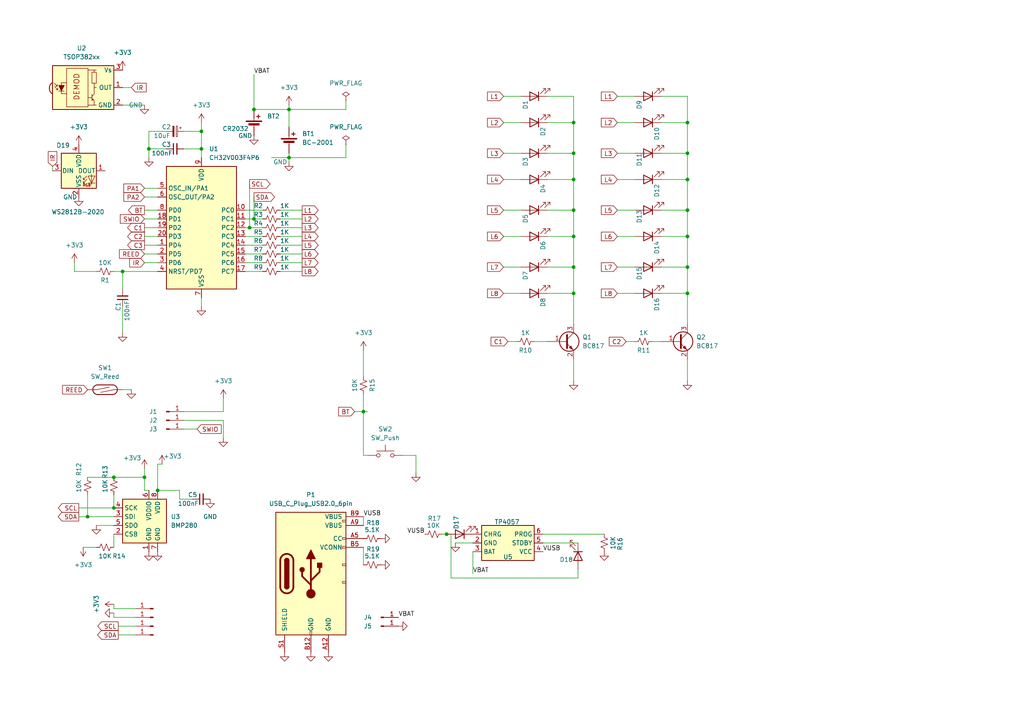
<source format=kicad_sch>
(kicad_sch (version 20231120) (generator "eeschema") (generator_version "8.0")
  (paper "A4")
  (title_block (title "mycard") (date "2023-11-22") (rev "1.1") (company "cspark") (comment 1 "jithin") (comment 2 "inspired yby https://github.com/FBSeletronica/Projeto-Natal-2023-Fabio"))
  (lib_symbols
    (symbol "Connector:Conn_01x01_Pin" (pin_names (offset 1.016) hide)
      (property "Reference" "J" (at 0 2.54 0))
      (property "Value" "Conn_01x01_Pin" (at 0 -2.54 0))
      (symbol "Conn_01x01_Pin_1_1"
        (pin passive line (at 5.08 0 180) (length 3.81) (name "Pin_1") (number "1"))
      )
    )
    (symbol "Device:Battery_Cell" (pin_numbers hide) (pin_names (offset 0) hide)
      (property "Reference" "BT" (at 2.54 2.54 0))
      (property "Value" "Battery_Cell" (at 2.54 0 0))
      (symbol "Battery_Cell_1_1"
        (pin passive line (at 0 5.08 270) (length 2.54) (name "+") (number "1"))
        (pin passive line (at 0 -2.54 90) (length 2.54) (name "-") (number "2"))
      )
    )
    (symbol "Device:C_Polarized_Small" (pin_numbers hide) (pin_names (offset 0.254) hide)
      (property "Reference" "C" (at 0.254 1.778 0))
      (property "Value" "C_Polarized_Small" (at 0.254 -2.032 0))
      (symbol "C_Polarized_Small_1_1"
        (pin passive line (at 0 2.54 270) (length 1.8542) (name "~") (number "1"))
        (pin passive line (at 0 -2.54 90) (length 1.8542) (name "~") (number "2"))
      )
    )
    (symbol "Device:C_Small" (pin_numbers hide) (pin_names (offset 0.254) hide)
      (property "Reference" "C" (at 0.254 1.778 0))
      (property "Value" "C_Small" (at 0.254 -2.032 0))
      (symbol "C_Small_1_1"
        (pin passive line (at 0 2.54 270) (length 2.032) (name "~") (number "1"))
        (pin passive line (at 0 -2.54 90) (length 2.032) (name "~") (number "2"))
      )
    )
    (symbol "Device:LED" (pin_numbers hide) (pin_names (offset 1.016) hide)
      (property "Reference" "D" (at 0 2.54 0))
      (property "Value" "LED" (at 0 -2.54 0))
      (symbol "LED_1_1"
        (pin passive line (at -3.81 0 0) (length 2.54) (name "K") (number "1"))
        (pin passive line (at 3.81 0 180) (length 2.54) (name "A") (number "2"))
      )
    )
    (symbol "Device:R_Small_US" (pin_numbers hide) (pin_names (offset 0.254) hide)
      (property "Reference" "R" (at 0.762 0.508 0))
      (property "Value" "R_Small_US" (at 0.762 -1.016 0))
      (symbol "R_Small_US_1_1"
        (pin passive line (at 0 2.54 270) (length 1.016) (name "~") (number "1"))
        (pin passive line (at 0 -2.54 90) (length 1.016) (name "~") (number "2"))
      )
    )
    (symbol "GND_1" (power) (pin_numbers hide) (pin_names (offset 0) hide)
      (property "Value" "GND" (at 0 -3.81 0))
      (symbol "GND_1_1_1"
        (pin power_in line (at 0 0 270) (length 0) (name "~") (number "1"))
      )
    )
    (symbol "Interface_Optical:TSOP382xx"
      (property "Reference" "U" (at -10.16 7.62 0))
      (property "Value" "TSOP382xx" (at -10.16 -7.62 0))
      (symbol "TSOP382xx_0_0"
        (text "DEMOD" (at -3.175 0.254 900) (effects (font (size 1.524 1.524))))
      )
      (symbol "TSOP382xx_1_1"
        (pin output line (at 10.16 0 180) (length 2.54) (name "OUT") (number "1"))
        (pin power_in line (at 10.16 -5.08 180) (length 2.54) (name "GND") (number "2"))
        (pin power_in line (at 10.16 5.08 180) (length 2.54) (name "Vs") (number "3"))
      )
    )
    (symbol "LED:WS2812B-2020" (pin_names (offset 0.254))
      (property "Reference" "D" (at 5.08 5.715 0))
      (property "Value" "WS2812B-2020" (at 1.27 -5.715 0))
      (symbol "WS2812B-2020_0_0"
        (text "RGB" (at 2.286 -4.191 0) (effects (font (size 0.762 0.762))))
      )
      (symbol "WS2812B-2020_1_1"
        (pin output line (at 7.62 0 180) (length 2.54) (name "DOUT") (number "1"))
        (pin power_in line (at 0 -7.62 90) (length 2.54) (name "VSS") (number "2"))
        (pin input line (at -7.62 0 0) (length 2.54) (name "DIN") (number "3"))
        (pin power_in line (at 0 7.62 270) (length 2.54) (name "VDD") (number "4"))
      )
    )
    (symbol "Sensor_Pressure:BMP280"
      (property "Reference" "U" (at -7.62 10.16 0))
      (property "Value" "BMP280" (at 5.08 10.16 0))
      (symbol "BMP280_1_1"
        (pin power_in line (at 0 -7.62 90) (length 2.54) (name "GND") (number "1"))
        (pin input line (at -10.16 -2.54 0) (length 2.54) (name "CSB") (number "2"))
        (pin bidirectional line (at -10.16 2.54 0) (length 2.54) (name "SDI") (number "3"))
        (pin input line (at -10.16 5.08 0) (length 2.54) (name "SCK") (number "4"))
        (pin bidirectional line (at -10.16 0 0) (length 2.54) (name "SDO") (number "5"))
        (pin power_in line (at 0 10.16 270) (length 2.54) (name "VDDIO") (number "6"))
        (pin power_in line (at 2.54 -7.62 90) (length 2.54) (name "GND") (number "7"))
        (pin power_in line (at 2.54 10.16 270) (length 2.54) (name "VDD") (number "8"))
      )
    )
    (symbol "Switch:SW_Push" (pin_numbers hide) (pin_names (offset 1.016) hide)
      (property "Reference" "SW" (at 1.27 2.54 0))
      (property "Value" "SW_Push" (at 0 -1.524 0))
      (symbol "SW_Push_0_1"
        (pin passive line (at -5.08 0 0) (length 2.54) (name "1") (number "1"))
        (pin passive line (at 5.08 0 180) (length 2.54) (name "2") (number "2"))
      )
    )
    (symbol "Switch:SW_Reed" (pin_numbers hide) (pin_names (offset 0) hide)
      (property "Reference" "SW" (at 0 2.54 0))
      (property "Value" "SW_Reed" (at 0 -2.54 0))
      (symbol "SW_Reed_1_1"
        (pin passive line (at -5.08 0 0) (length 2.54) (name "1") (number "1"))
        (pin passive line (at 5.08 0 180) (length 2.54) (name "2") (number "2"))
      )
    )
    (symbol "TP4057_1"
      (property "Reference" "U4" (at 0 10.16 0))
      (property "Value" "TP4057" (at 0 7.62 0))
      (symbol "TP4057_1_1_1"
        (pin open_collector line (at -10.16 2.54 0) (length 2.54) (name "CHRG") (number "1"))
        (pin power_in line (at -10.16 0 0) (length 2.54) (name "GND") (number "2"))
        (pin input line (at -10.16 -2.54 0) (length 2.54) (name "BAT") (number "3"))
        (pin power_in line (at 10.16 -2.54 180) (length 2.54) (name "VCC") (number "4"))
        (pin open_collector line (at 10.16 0 180) (length 2.54) (name "STDBY") (number "5"))
        (pin input line (at 10.16 2.54 180) (length 2.54) (name "PROG") (number "6"))
      )
    )
    (symbol "TP_Series_Jithin:USB_C_Plug_USB2.0_6pin" (pin_names (offset 1.016))
      (property "Reference" "P1" (at 0 22.86 0))
      (property "Value" "USB_C_Plug_USB2.0_6pin" (at 0 20.32 0))
      (symbol "USB_C_Plug_USB2.0_6pin_1_1"
        (pin passive line (at 5.08 -22.86 90) (length 5.08) (name "GND") (number "A12"))
        (pin bidirectional line (at 15.24 10.16 180) (length 5.08) (name "CC") (number "A5"))
        (pin passive line (at 15.24 13.97 180) (length 5.08) (name "VBUS") (number "A9"))
        (pin passive line (at 0 -22.86 90) (length 5.08) (name "GND") (number "B12"))
        (pin bidirectional line (at 15.24 7.62 180) (length 5.08) (name "VCONN") (number "B5"))
        (pin passive line (at 15.24 16.51 180) (length 5.08) (name "VBUS") (number "B9"))
        (pin passive line (at -7.62 -22.86 90) (length 5.08) (name "SHIELD") (number "S1"))
      )
    )
    (symbol "Transistor_BJT:BC817" (pin_names (offset 0) hide)
      (property "Reference" "Q" (at 5.08 1.905 0))
      (property "Value" "BC817" (at 5.08 0 0))
      (symbol "BC817_1_1"
        (pin input line (at -5.08 0 0) (length 5.715) (name "B") (number "1"))
        (pin passive line (at 2.54 -5.08 90) (length 2.54) (name "E") (number "2"))
        (pin passive line (at 2.54 5.08 270) (length 2.54) (name "C") (number "3"))
      )
    )
    (symbol "power:+3V3" (power) (pin_names (offset 0))
      (property "Value" "+3V3" (at 0 3.556 0))
      (symbol "+3V3_1_1"
        (pin power_in line (at 0 0 90) (length 0) hide (name "+3V3") (number "1"))
      )
    )
    (symbol "power:GND" (power) (pin_names (offset 0))
      (property "Value" "GND" (at 0 -3.81 0))
      (symbol "GND_1_1"
        (pin power_in line (at 0 0 270) (length 0) hide (name "GND") (number "1"))
      )
    )
    (symbol "power:PWR_FLAG" (power) (pin_numbers hide) (pin_names (offset 0) hide)
      (property "Value" "PWR_FLAG" (at 0 3.81 0))
      (symbol "PWR_FLAG_0_0"
        (pin power_out line (at 0 0 90) (length 0) (name "pwr") (number "1"))
      )
    )
    (symbol "wch_mcu:CH32V003F4P6"
      (property "Reference" "U" (at 15.24 -24.13 0))
      (property "Value" "CH32V003F4P6" (at 16.51 -21.59 0))
      (symbol "CH32V003F4P6_1_1"
        (pin bidirectional line (at -12.7 -5.08 0) (length 2.54) (name "PD4") (number "1"))
        (pin bidirectional line (at 12.7 5.08 180) (length 2.54) (name "PC0") (number "10"))
        (pin bidirectional line (at 12.7 2.54 180) (length 2.54) (name "PC1") (number "11"))
        (pin bidirectional line (at 12.7 0 180) (length 2.54) (name "PC2") (number "12"))
        (pin bidirectional line (at 12.7 -2.54 180) (length 2.54) (name "PC3") (number "13"))
        (pin bidirectional line (at 12.7 -5.08 180) (length 2.54) (name "PC4") (number "14"))
        (pin bidirectional line (at 12.7 -7.62 180) (length 2.54) (name "PC5") (number "15"))
        (pin bidirectional line (at 12.7 -10.16 180) (length 2.54) (name "PC6") (number "16"))
        (pin bidirectional line (at 12.7 -12.7 180) (length 2.54) (name "PC7") (number "17"))
        (pin bidirectional line (at -12.7 2.54 0) (length 2.54) (name "PD1") (number "18"))
        (pin bidirectional line (at -12.7 0 0) (length 2.54) (name "PD2") (number "19"))
        (pin bidirectional line (at -12.7 -7.62 0) (length 2.54) (name "PD5") (number "2"))
        (pin bidirectional line (at -12.7 -2.54 0) (length 2.54) (name "PD3") (number "20"))
        (pin bidirectional line (at -12.7 -10.16 0) (length 2.54) (name "PD6") (number "3"))
        (pin input line (at -12.7 -12.7 0) (length 2.54) (name "NRST/PD7") (number "4"))
        (pin input line (at -12.7 11.43 0) (length 2.54) (name "OSC_IN/PA1") (number "5"))
        (pin input line (at -12.7 8.89 0) (length 2.54) (name "OSC_OUT/PA2") (number "6"))
        (pin power_in line (at 0 -20.32 90) (length 2.54) (name "VSS") (number "7"))
        (pin bidirectional line (at -12.7 5.08 0) (length 2.54) (name "PD0") (number "8"))
        (pin power_in line (at 0 20.32 270) (length 2.54) (name "VDD") (number "9"))
      )
    )
  )
  (junction (at 45.72 142.24))
  (junction (at 58.42 38.1))
  (junction (at 166.37 85.09))
  (junction (at 199.39 60.96))
  (junction (at 73.66 63.5))
  (junction (at 33.02 147.32))
  (junction (at 83.82 31.75))
  (junction (at 73.66 31.75))
  (junction (at 43.18 43.18))
  (junction (at 35.56 78.74))
  (junction (at 33.02 138.43))
  (junction (at 129.54 154.94))
  (junction (at 72.39 66.04))
  (junction (at 199.39 52.07))
  (junction (at 166.37 68.58))
  (junction (at 166.37 60.96))
  (junction (at 25.4 149.86))
  (junction (at 199.39 77.47))
  (junction (at 83.82 45.72))
  (junction (at 166.37 77.47))
  (junction (at 166.37 35.56))
  (junction (at 199.39 35.56))
  (junction (at 199.39 85.09))
  (junction (at 105.41 119.38))
  (junction (at 199.39 44.45))
  (junction (at 58.42 43.18))
  (junction (at 166.37 44.45))
  (junction (at 41.91 138.43))
  (junction (at 166.37 52.07))
  (junction (at 199.39 68.58))
  (wire (pts (xy 33.02 176.53) (xy 33.02 175.26)))
  (wire (pts (xy 179.07 35.56) (xy 184.15 35.56)))
  (wire (pts (xy 64.77 121.92) (xy 64.77 127)))
  (wire (pts (xy 52.07 144.78) (xy 52.07 142.24)))
  (wire (pts (xy 191.77 44.45) (xy 199.39 44.45)))
  (wire (pts (xy 130.81 154.94) (xy 130.81 167.64)))
  (wire (pts (xy 72.39 53.34) (xy 72.39 66.04)))
  (wire (pts (xy 41.91 57.15) (xy 45.72 57.15)))
  (wire (pts (xy 41.91 54.61) (xy 45.72 54.61)))
  (wire (pts (xy 191.77 35.56) (xy 199.39 35.56)))
  (wire (pts (xy 71.12 66.04) (xy 72.39 66.04)))
  (wire (pts (xy 71.12 60.96) (xy 76.2 60.96)))
  (wire (pts (xy 191.77 77.47) (xy 199.39 77.47)))
  (wire (pts (xy 39.37 176.53) (xy 33.02 176.53)))
  (wire (pts (xy 83.82 44.45) (xy 83.82 45.72)))
  (wire (pts (xy 27.94 152.4) (xy 33.02 152.4)))
  (wire (pts (xy 83.82 45.72) (xy 83.82 46.99)))
  (wire (pts (xy 58.42 88.9) (xy 58.42 86.36)))
  (wire (pts (xy 102.87 119.38) (xy 105.41 119.38)))
  (wire (pts (xy 157.48 154.94) (xy 175.26 154.94)))
  (wire (pts (xy 25.4 138.43) (xy 33.02 138.43)))
  (wire (pts (xy 41.91 73.66) (xy 45.72 73.66)))
  (wire (pts (xy 166.37 85.09) (xy 166.37 93.98)))
  (wire (pts (xy 179.07 44.45) (xy 184.15 44.45)))
  (wire (pts (xy 22.86 149.86) (xy 25.4 149.86)))
  (wire (pts (xy 81.28 73.66) (xy 87.63 73.66)))
  (wire (pts (xy 83.82 45.72) (xy 78.74 45.72)))
  (wire (pts (xy 179.07 85.09) (xy 184.15 85.09)))
  (wire (pts (xy 41.91 142.24) (xy 41.91 138.43)))
  (wire (pts (xy 64.77 115.57) (xy 64.77 119.38)))
  (wire (pts (xy 147.32 99.06) (xy 149.86 99.06)))
  (wire (pts (xy 15.24 48.26) (xy 15.24 49.53)))
  (wire (pts (xy 73.66 57.15) (xy 73.66 63.5)))
  (wire (pts (xy 81.28 76.2) (xy 87.63 76.2)))
  (wire (pts (xy 179.07 68.58) (xy 184.15 68.58)))
  (wire (pts (xy 71.12 71.12) (xy 76.2 71.12)))
  (wire (pts (xy 53.34 38.1) (xy 58.42 38.1)))
  (wire (pts (xy 33.02 143.51) (xy 33.02 147.32)))
  (wire (pts (xy 33.02 78.74) (xy 35.56 78.74)))
  (wire (pts (xy 58.42 38.1) (xy 58.42 43.18)))
  (wire (pts (xy 43.18 38.1) (xy 43.18 43.18)))
  (wire (pts (xy 34.29 184.15) (xy 39.37 184.15)))
  (wire (pts (xy 58.42 43.18) (xy 58.42 45.72)))
  (wire (pts (xy 146.05 52.07) (xy 151.13 52.07)))
  (wire (pts (xy 25.4 149.86) (xy 33.02 149.86)))
  (wire (pts (xy 53.34 121.92) (xy 64.77 121.92)))
  (wire (pts (xy 41.91 60.96) (xy 45.72 60.96)))
  (wire (pts (xy 45.72 78.74) (xy 35.56 78.74)))
  (wire (pts (xy 81.28 66.04) (xy 87.63 66.04)))
  (wire (pts (xy 158.75 77.47) (xy 166.37 77.47)))
  (wire (pts (xy 105.41 132.08) (xy 105.41 119.38)))
  (wire (pts (xy 35.56 88.9) (xy 35.56 96.52)))
  (wire (pts (xy 81.28 68.58) (xy 87.63 68.58)))
  (wire (pts (xy 146.05 68.58) (xy 151.13 68.58)))
  (wire (pts (xy 45.72 134.62) (xy 46.99 134.62)))
  (wire (pts (xy 199.39 27.94) (xy 199.39 35.56)))
  (wire (pts (xy 35.56 25.4) (xy 38.1 25.4)))
  (wire (pts (xy 43.18 43.18) (xy 43.18 45.72)))
  (wire (pts (xy 158.75 35.56) (xy 166.37 35.56)))
  (wire (pts (xy 146.05 35.56) (xy 151.13 35.56)))
  (wire (pts (xy 41.91 142.24) (xy 43.18 142.24)))
  (wire (pts (xy 45.72 134.62) (xy 45.72 142.24)))
  (wire (pts (xy 166.37 77.47) (xy 166.37 85.09)))
  (wire (pts (xy 33.02 158.75) (xy 33.02 154.94)))
  (wire (pts (xy 105.41 119.38) (xy 106.68 119.38)))
  (wire (pts (xy 25.4 143.51) (xy 25.4 149.86)))
  (wire (pts (xy 179.07 60.96) (xy 184.15 60.96)))
  (wire (pts (xy 191.77 68.58) (xy 199.39 68.58)))
  (wire (pts (xy 179.07 77.47) (xy 184.15 77.47)))
  (wire (pts (xy 157.48 157.48) (xy 167.64 157.48)))
  (wire (pts (xy 199.39 44.45) (xy 199.39 52.07)))
  (wire (pts (xy 146.05 60.96) (xy 151.13 60.96)))
  (wire (pts (xy 166.37 110.49) (xy 166.37 104.14)))
  (wire (pts (xy 43.18 43.18) (xy 48.26 43.18)))
  (wire (pts (xy 81.28 78.74) (xy 87.63 78.74)))
  (wire (pts (xy 100.33 31.75) (xy 83.82 31.75)))
  (wire (pts (xy 167.64 167.64) (xy 167.64 165.1)))
  (wire (pts (xy 33.02 179.07) (xy 33.02 177.8)))
  (wire (pts (xy 105.41 163.83) (xy 105.41 158.75)))
  (wire (pts (xy 199.39 110.49) (xy 199.39 104.14)))
  (wire (pts (xy 146.05 27.94) (xy 151.13 27.94)))
  (wire (pts (xy 71.12 76.2) (xy 76.2 76.2)))
  (wire (pts (xy 71.12 68.58) (xy 76.2 68.58)))
  (wire (pts (xy 166.37 35.56) (xy 166.37 44.45)))
  (wire (pts (xy 33.02 138.43) (xy 41.91 138.43)))
  (wire (pts (xy 181.61 99.06) (xy 184.15 99.06)))
  (wire (pts (xy 166.37 60.96) (xy 166.37 68.58)))
  (wire (pts (xy 41.91 68.58) (xy 45.72 68.58)))
  (wire (pts (xy 158.75 52.07) (xy 166.37 52.07)))
  (wire (pts (xy 146.05 77.47) (xy 151.13 77.47)))
  (wire (pts (xy 41.91 138.43) (xy 41.91 135.89)))
  (wire (pts (xy 105.41 114.3) (xy 105.41 119.38)))
  (wire (pts (xy 146.05 44.45) (xy 151.13 44.45)))
  (wire (pts (xy 105.41 101.6) (xy 105.41 109.22)))
  (wire (pts (xy 73.66 63.5) (xy 76.2 63.5)))
  (wire (pts (xy 48.26 38.1) (xy 43.18 38.1)))
  (wire (pts (xy 24.13 158.75) (xy 27.94 158.75)))
  (wire (pts (xy 35.56 78.74) (xy 35.56 83.82)))
  (wire (pts (xy 129.54 154.94) (xy 130.81 154.94)))
  (wire (pts (xy 53.34 43.18) (xy 58.42 43.18)))
  (wire (pts (xy 22.86 147.32) (xy 33.02 147.32)))
  (wire (pts (xy 158.75 60.96) (xy 166.37 60.96)))
  (wire (pts (xy 166.37 68.58) (xy 166.37 77.47)))
  (wire (pts (xy 83.82 31.75) (xy 83.82 36.83)))
  (wire (pts (xy 199.39 77.47) (xy 199.39 85.09)))
  (wire (pts (xy 81.28 60.96) (xy 87.63 60.96)))
  (wire (pts (xy 106.68 132.08) (xy 105.41 132.08)))
  (wire (pts (xy 158.75 44.45) (xy 166.37 44.45)))
  (wire (pts (xy 41.91 66.04) (xy 45.72 66.04)))
  (wire (pts (xy 55.88 144.78) (xy 52.07 144.78)))
  (wire (pts (xy 58.42 35.56) (xy 58.42 38.1)))
  (wire (pts (xy 71.12 78.74) (xy 76.2 78.74)))
  (wire (pts (xy 189.23 99.06) (xy 191.77 99.06)))
  (wire (pts (xy 81.28 71.12) (xy 87.63 71.12)))
  (wire (pts (xy 199.39 35.56) (xy 199.39 44.45)))
  (wire (pts (xy 137.16 160.02) (xy 137.16 166.37)))
  (wire (pts (xy 130.81 167.64) (xy 167.64 167.64)))
  (wire (pts (xy 154.94 99.06) (xy 158.75 99.06)))
  (wire (pts (xy 120.65 137.16) (xy 120.65 132.08)))
  (wire (pts (xy 71.12 73.66) (xy 76.2 73.66)))
  (wire (pts (xy 100.33 45.72) (xy 83.82 45.72)))
  (wire (pts (xy 73.66 31.75) (xy 83.82 31.75)))
  (wire (pts (xy 166.37 44.45) (xy 166.37 52.07)))
  (wire (pts (xy 191.77 85.09) (xy 199.39 85.09)))
  (wire (pts (xy 73.66 21.59) (xy 73.66 31.75)))
  (wire (pts (xy 100.33 41.91) (xy 100.33 45.72)))
  (wire (pts (xy 158.75 85.09) (xy 166.37 85.09)))
  (wire (pts (xy 191.77 27.94) (xy 199.39 27.94)))
  (wire (pts (xy 34.29 181.61) (xy 39.37 181.61)))
  (wire (pts (xy 105.41 149.86) (xy 105.41 152.4)))
  (wire (pts (xy 41.91 71.12) (xy 45.72 71.12)))
  (wire (pts (xy 71.12 63.5) (xy 73.66 63.5)))
  (wire (pts (xy 39.37 179.07) (xy 33.02 179.07)))
  (wire (pts (xy 199.39 60.96) (xy 199.39 68.58)))
  (wire (pts (xy 158.75 27.94) (xy 166.37 27.94)))
  (wire (pts (xy 100.33 29.21) (xy 100.33 31.75)))
  (wire (pts (xy 41.91 30.48) (xy 35.56 30.48)))
  (wire (pts (xy 199.39 68.58) (xy 199.39 77.47)))
  (wire (pts (xy 35.56 113.03) (xy 38.1 113.03)))
  (wire (pts (xy 83.82 30.48) (xy 83.82 31.75)))
  (wire (pts (xy 179.07 52.07) (xy 184.15 52.07)))
  (wire (pts (xy 166.37 27.94) (xy 166.37 35.56)))
  (wire (pts (xy 191.77 60.96) (xy 199.39 60.96)))
  (wire (pts (xy 64.77 119.38) (xy 53.34 119.38)))
  (wire (pts (xy 41.91 63.5) (xy 45.72 63.5)))
  (wire (pts (xy 21.59 78.74) (xy 21.59 76.2)))
  (wire (pts (xy 132.08 157.48) (xy 137.16 157.48)))
  (wire (pts (xy 166.37 52.07) (xy 166.37 60.96)))
  (wire (pts (xy 179.07 27.94) (xy 184.15 27.94)))
  (wire (pts (xy 199.39 52.07) (xy 199.39 60.96)))
  (wire (pts (xy 41.91 76.2) (xy 45.72 76.2)))
  (wire (pts (xy 52.07 142.24) (xy 45.72 142.24)))
  (wire (pts (xy 199.39 85.09) (xy 199.39 93.98)))
  (wire (pts (xy 146.05 85.09) (xy 151.13 85.09)))
  (wire (pts (xy 128.27 154.94) (xy 129.54 154.94)))
  (wire (pts (xy 57.15 124.46) (xy 53.34 124.46)))
  (wire (pts (xy 158.75 68.58) (xy 166.37 68.58)))
  (wire (pts (xy 191.77 52.07) (xy 199.39 52.07)))
  (wire (pts (xy 27.94 78.74) (xy 21.59 78.74)))
  (wire (pts (xy 81.28 63.5) (xy 87.63 63.5)))
  (wire (pts (xy 116.84 132.08) (xy 120.65 132.08)))
  (wire (pts (xy 72.39 66.04) (xy 76.2 66.04)))
  (label "VUSB" (at 157.48 160.02 0))
  (label "VUSB" (at 105.41 149.86 0))
  (label "VBAT" (at 73.66 21.59 0))
  (label "VBAT" (at 137.16 166.37 0))
  (label "VUSB" (at 123.19 154.94 180))
  (label "VBAT" (at 115.57 179.07 0))
  (global_label "L5" (shape output) (at 87.63 71.12 0) (property "Intersheetrefs" "${INTERSHEET_REFS}" (effects (hide yes))))
  (global_label "C1" (shape output) (at 41.91 66.04 180) (property "Intersheetrefs" "${INTERSHEET_REFS}" (effects (hide yes))))
  (global_label "IR" (shape input) (at 41.91 76.2 180) (property "Intersheetrefs" "${INTERSHEET_REFS}" (effects (hide yes))))
  (global_label "SCL" (shape output) (at 22.86 147.32 180) (property "Intersheetrefs" "${INTERSHEET_REFS}" (effects (hide yes))))
  (global_label "L4" (shape output) (at 87.63 68.58 0) (property "Intersheetrefs" "${INTERSHEET_REFS}" (effects (hide yes))))
  (global_label "L7" (shape input) (at 179.07 77.47 180) (property "Intersheetrefs" "${INTERSHEET_REFS}" (effects (hide yes))))
  (global_label "L6" (shape input) (at 179.07 68.58 180) (property "Intersheetrefs" "${INTERSHEET_REFS}" (effects (hide yes))))
  (global_label "L5" (shape input) (at 179.07 60.96 180) (property "Intersheetrefs" "${INTERSHEET_REFS}" (effects (hide yes))))
  (global_label "REED" (shape input) (at 25.4 113.03 180) (property "Intersheetrefs" "${INTERSHEET_REFS}" (effects (hide yes))))
  (global_label "L8" (shape input) (at 146.05 85.09 180) (property "Intersheetrefs" "${INTERSHEET_REFS}" (effects (hide yes))))
  (global_label "L2" (shape input) (at 179.07 35.56 180) (property "Intersheetrefs" "${INTERSHEET_REFS}" (effects (hide yes))))
  (global_label "C1" (shape input) (at 147.32 99.06 180) (property "Intersheetrefs" "${INTERSHEET_REFS}" (effects (hide yes))))
  (global_label "C3" (shape output) (at 41.91 71.12 180) (property "Intersheetrefs" "${INTERSHEET_REFS}" (effects (hide yes))))
  (global_label "L1" (shape output) (at 87.63 60.96 0) (property "Intersheetrefs" "${INTERSHEET_REFS}" (effects (hide yes))))
  (global_label "SDA" (shape output) (at 22.86 149.86 180) (property "Intersheetrefs" "${INTERSHEET_REFS}" (effects (hide yes))))
  (global_label "SDA" (shape output) (at 73.66 57.15 0) (property "Intersheetrefs" "${INTERSHEET_REFS}" (effects (hide yes))))
  (global_label "BT" (shape input) (at 102.87 119.38 180) (property "Intersheetrefs" "${INTERSHEET_REFS}" (effects (hide yes))))
  (global_label "C2" (shape input) (at 181.61 99.06 180) (property "Intersheetrefs" "${INTERSHEET_REFS}" (effects (hide yes))))
  (global_label "L3" (shape output) (at 87.63 66.04 0) (property "Intersheetrefs" "${INTERSHEET_REFS}" (effects (hide yes))))
  (global_label "L5" (shape input) (at 146.05 60.96 180) (property "Intersheetrefs" "${INTERSHEET_REFS}" (effects (hide yes))))
  (global_label "L7" (shape output) (at 87.63 76.2 0) (property "Intersheetrefs" "${INTERSHEET_REFS}" (effects (hide yes))))
  (global_label "L4" (shape input) (at 179.07 52.07 180) (property "Intersheetrefs" "${INTERSHEET_REFS}" (effects (hide yes))))
  (global_label "L1" (shape input) (at 179.07 27.94 180) (property "Intersheetrefs" "${INTERSHEET_REFS}" (effects (hide yes))))
  (global_label "L3" (shape input) (at 179.07 44.45 180) (property "Intersheetrefs" "${INTERSHEET_REFS}" (effects (hide yes))))
  (global_label "L1" (shape input) (at 146.05 27.94 180) (property "Intersheetrefs" "${INTERSHEET_REFS}" (effects (hide yes))))
  (global_label "SWIO" (shape input) (at 41.91 63.5 180) (property "Intersheetrefs" "${INTERSHEET_REFS}" (effects (hide yes))))
  (global_label "REED" (shape input) (at 41.91 73.66 180) (property "Intersheetrefs" "${INTERSHEET_REFS}" (effects (hide yes))))
  (global_label "SWIO" (shape input) (at 57.15 124.46 0) (property "Intersheetrefs" "${INTERSHEET_REFS}" (effects (hide yes))))
  (global_label "L8" (shape input) (at 179.07 85.09 180) (property "Intersheetrefs" "${INTERSHEET_REFS}" (effects (hide yes))))
  (global_label "BT" (shape output) (at 41.91 60.96 180) (property "Intersheetrefs" "${INTERSHEET_REFS}" (effects (hide yes))))
  (global_label "C2" (shape output) (at 41.91 68.58 180) (property "Intersheetrefs" "${INTERSHEET_REFS}" (effects (hide yes))))
  (global_label "SCL" (shape output) (at 72.39 53.34 0) (property "Intersheetrefs" "${INTERSHEET_REFS}" (effects (hide yes))))
  (global_label "SDA" (shape output) (at 34.29 184.15 180) (property "Intersheetrefs" "${INTERSHEET_REFS}" (effects (hide yes))))
  (global_label "IR" (shape input) (at 15.24 48.26 90) (property "Intersheetrefs" "${INTERSHEET_REFS}" (effects (hide yes))))
  (global_label "SCL" (shape output) (at 34.29 181.61 180) (property "Intersheetrefs" "${INTERSHEET_REFS}" (effects (hide yes))))
  (global_label "L2" (shape input) (at 146.05 35.56 180) (property "Intersheetrefs" "${INTERSHEET_REFS}" (effects (hide yes))))
  (global_label "L8" (shape output) (at 87.63 78.74 0) (property "Intersheetrefs" "${INTERSHEET_REFS}" (effects (hide yes))))
  (global_label "L2" (shape output) (at 87.63 63.5 0) (property "Intersheetrefs" "${INTERSHEET_REFS}" (effects (hide yes))))
  (global_label "PA1" (shape input) (at 41.91 54.61 180) (property "Intersheetrefs" "${INTERSHEET_REFS}" (effects (hide yes))))
  (global_label "IR" (shape input) (at 38.1 25.4 0) (property "Intersheetrefs" "${INTERSHEET_REFS}" (effects (hide yes))))
  (global_label "L6" (shape input) (at 146.05 68.58 180) (property "Intersheetrefs" "${INTERSHEET_REFS}" (effects (hide yes))))
  (global_label "L4" (shape input) (at 146.05 52.07 180) (property "Intersheetrefs" "${INTERSHEET_REFS}" (effects (hide yes))))
  (global_label "PA2" (shape input) (at 41.91 57.15 180) (property "Intersheetrefs" "${INTERSHEET_REFS}" (effects (hide yes))))
  (global_label "L7" (shape input) (at 146.05 77.47 180) (property "Intersheetrefs" "${INTERSHEET_REFS}" (effects (hide yes))))
  (global_label "L3" (shape input) (at 146.05 44.45 180) (property "Intersheetrefs" "${INTERSHEET_REFS}" (effects (hide yes))))
  (global_label "L6" (shape output) (at 87.63 73.66 0) (property "Intersheetrefs" "${INTERSHEET_REFS}" (effects (hide yes))))
  (symbol (lib_id "Device:R_Small_US") (at 78.74 71.12 90) (unit 1)
    (property "Reference" "R6" (at 74.93 69.85 90))
    (property "Value" "1K" (at 82.55 69.85 90))
    (property "Footprint" "Resistor_SMD:R_0805_2012Metric_Pad1.20x1.40mm_HandSolder" (effects (hide yes)))
    (property "LCSC" "C21190" (effects (hide yes)))
  )
  (symbol (lib_id "Device:R_Small_US") (at 78.74 66.04 90) (unit 1)
    (property "Reference" "R4" (at 74.93 64.77 90))
    (property "Value" "1K" (at 82.55 64.77 90))
    (property "Footprint" "Resistor_SMD:R_0805_2012Metric_Pad1.20x1.40mm_HandSolder" (effects (hide yes)))
    (property "LCSC" "C21190" (effects (hide yes)))
  )
  (symbol (lib_id "Device:R_Small_US") (at 33.02 140.97 180) (unit 1)
    (property "Reference" "R13" (at 30.48 136.906 90))
    (property "Value" "10K" (at 30.48 140.97 90))
    (property "Footprint" "Resistor_SMD:R_0805_2012Metric_Pad1.20x1.40mm_HandSolder" (effects (hide yes)))
    (property "LCSC" "C25804" (effects (hide yes)))
  )
  (symbol (lib_id "Device:LED") (at 154.94 85.09 180) (unit 1)
    (property "Reference" "D8" (at 157.48 86.36 90) (effects (justify left)))
    (property "Value" "e17-21SURC/S530-A3/TR8" (effects (hide yes)))
    (property "Footprint" "LED_SMD:LED_0805_2012Metric" (effects (hide yes)))
    (property "LCSC" "C72037" (effects (hide yes)))
  )
  (symbol (lib_id "power:GND") (at 166.37 110.49 0) (unit 1)
    (property "Reference" "#PWR010" (effects (hide yes)))
    (property "Value" "GND" (effects (hide yes)))
  )
  (symbol (lib_id "Device:LED") (at 154.94 68.58 180) (unit 1)
    (property "Reference" "D6" (at 157.48 69.85 90) (effects (justify left)))
    (property "Value" "NCD0805G1" (effects (hide yes)))
    (property "Footprint" "LED_SMD:LED_0805_2012Metric" (effects (hide yes)))
    (property "LCSC" "C84260" (effects (hide yes)))
  )
  (symbol (lib_id "Device:R_Small_US") (at 78.74 73.66 90) (unit 1)
    (property "Reference" "R7" (at 74.93 72.39 90))
    (property "Value" "1K" (at 82.55 72.39 90))
    (property "Footprint" "Resistor_SMD:R_0805_2012Metric_Pad1.20x1.40mm_HandSolder" (effects (hide yes)))
    (property "LCSC" "C21190" (effects (hide yes)))
  )
  (symbol (lib_id "Device:Battery_Cell") (at 83.82 41.91 0) (unit 1)
    (property "Reference" "BT1" (at 87.63 38.7985 0) (effects (justify left)))
    (property "Value" "BC-2001" (at 87.63 41.3385 0) (effects (justify left)))
    (property "Footprint" "Battery:BatteryHolder_Multicomp_BC-2001_1x2032" (effects (hide yes)))
    (property "Datasheet" "https://octopart.com/bc-2001-multicomp-21274013" (effects (hide yes)))
  )
  (symbol (lib_id "power:+3V3") (at 21.59 76.2 0) (unit 1)
    (property "Reference" "#PWR01" (effects (hide yes)))
    (property "Value" "+3V3" (at 21.59 71.12 0))
  )
  (symbol (lib_id "Switch:SW_Reed") (at 30.48 113.03 0) (unit 1)
    (property "Reference" "SW1" (at 30.48 106.68 0))
    (property "Value" "SW_Reed" (at 30.48 109.22 0))
    (property "Footprint" "Button_Switch_THT:SW_PUSH_1P1T_6x3.5mm_H4.3_APEM_MJTP1243" (effects (hide yes)))
    (property "Description" "reed switch" (effects (hide yes)))
  )
  (symbol (lib_id "power:GND") (at 64.77 127 0) (unit 1)
    (property "Reference" "#PWR07" (effects (hide yes)))
    (property "Value" "GND" (effects (hide yes)))
  )
  (symbol (lib_id "Connector:Conn_01x01_Pin") (at 110.49 181.61 0) (unit 1) (in_bom no)
    (property "Reference" "J5" (at 106.68 181.61 0))
    (property "Value" "Conn_01x01_Pin" (effects (hide yes)))
    (property "Footprint" "TestPoint:TestPoint_Pad_D1.5mm" (effects (hide yes)))
  )
  (symbol (lib_id "power:GND") (at 27.94 152.4 0) (unit 1)
    (property "Reference" "#PWR020" (effects (hide yes)))
    (property "Value" "GND" (effects (hide yes)))
  )
  (symbol (lib_id "power:+3V3") (at 46.99 134.62 0) (unit 1)
    (property "Reference" "#PWR014" (effects (hide yes)))
    (property "Value" "+3V3" (at 50.038 132.334 0))
  )
  (symbol (lib_id "wch_mcu:CH32V003F4P6") (at 58.42 66.04 0) (unit 1)
    (property "Reference" "U1" (at 60.6141 43.18 0) (effects (justify left)))
    (property "Value" "CH32V003F4P6" (at 60.6141 45.72 0) (effects (justify left)))
    (property "Footprint" "Package_SO:TSSOP-20_4.4x6.5mm_P0.65mm" (effects (hide yes)))
    (property "Datasheet" "http://www.wch-ic.com/downloads/CH32V003DS0_PDF.html" (effects (hide yes)))
  )
  (symbol (lib_id "TP_Series_Jithin:USB_C_Plug_USB2.0_6pin") (at 90.17 166.37 0) (unit 1)
    (property "Reference" "P1" (at 90.17 143.51 0))
    (property "Value" "USB_C_Plug_USB2.0_6pin" (at 90.17 146.05 0))
    (property "Footprint" "Connector_USB:USB_C_Receptacle_GCT_USB4125-xx-x_6P_TopMnt_Horizontal" (effects (hide yes)))
    (property "Datasheet" "https://www.usb.org/sites/default/files/documents/usb_type-c.zip" (effects (hide yes)))
    (property "Description" "USB 2.0-only Type-C Plug connector" (effects (hide yes)))
  )
  (symbol (lib_id "Device:LED") (at 187.96 35.56 180) (unit 1)
    (property "Reference" "D10" (at 190.5 36.83 90) (effects (justify left)))
    (property "Value" "D-B080508B1-KS2" (effects (hide yes)))
    (property "Footprint" "LED_SMD:LED_0805_2012Metric" (effects (hide yes)))
    (property "LCSC" "C108412" (effects (hide yes)))
  )
  (symbol (lib_id "power:GND") (at 33.02 177.8 270) (unit 1)
    (property "Reference" "#PWR025" (effects (hide yes)))
    (property "Value" "GND" (effects (hide yes)))
  )
  (symbol (lib_id "Device:R_Small_US") (at 78.74 68.58 90) (unit 1)
    (property "Reference" "R5" (at 74.93 67.31 90))
    (property "Value" "1K" (at 82.55 67.31 90))
    (property "Footprint" "Resistor_SMD:R_0805_2012Metric_Pad1.20x1.40mm_HandSolder" (effects (hide yes)))
    (property "LCSC" "C21190" (effects (hide yes)))
  )
  (symbol (lib_id "Device:LED") (at 154.94 60.96 180) (unit 1)
    (property "Reference" "D5" (at 152.4 64.77 90) (effects (justify right)))
    (property "Value" "e17-21SURC/S530-A3/TR8" (effects (hide yes)))
    (property "Footprint" "LED_SMD:LED_0805_2012Metric" (effects (hide yes)))
    (property "LCSC" "C72037" (effects (hide yes)))
  )
  (symbol (lib_id "Device:LED") (at 154.94 27.94 180) (unit 1)
    (property "Reference" "D1" (at 152.4 31.75 90) (effects (justify right)))
    (property "Value" "D-B080508B1-KS2" (effects (hide yes)))
    (property "Footprint" "LED_SMD:LED_0805_2012Metric" (effects (hide yes)))
    (property "LCSC" "C108412" (effects (hide yes)))
  )
  (symbol (lib_id "power:GND") (at 43.18 160.02 0) (unit 1)
    (property "Reference" "#PWR019" (effects (hide yes)))
    (property "Value" "GND" (effects (hide yes)))
  )
  (symbol (lib_id "Device:R_Small_US") (at 30.48 158.75 270) (unit 1)
    (property "Reference" "R14" (at 34.544 161.29 90))
    (property "Value" "10K" (at 30.48 161.29 90))
    (property "Footprint" "Resistor_SMD:R_0805_2012Metric_Pad1.20x1.40mm_HandSolder" (effects (hide yes)))
    (property "LCSC" "C25804" (effects (hide yes)))
  )
  (symbol (lib_id "power:GND") (at 82.55 189.23 0) (unit 1)
    (property "Reference" "#PWR030" (effects (hide yes)))
    (property "Value" "GND" (effects (hide yes)))
  )
  (symbol (lib_id "Device:C_Small") (at 35.56 86.36 180) (unit 1)
    (property "Reference" "C1" (at 34.29 88.9 90))
    (property "Value" "100nF" (at 36.83 90.17 90))
    (property "Footprint" "Capacitor_SMD:C_0805_2012Metric_Pad1.18x1.45mm_HandSolder" (effects (hide yes)))
    (property "LCSC" "C14663" (effects (hide yes)))
  )
  (symbol (lib_id "power:+3V3") (at 83.82 30.48 0) (unit 1)
    (property "Reference" "#PWR08" (effects (hide yes)))
    (property "Value" "+3V3" (at 83.82 25.4 0))
  )
  (symbol (lib_id "Device:R_Small_US") (at 175.26 157.48 0) (unit 1)
    (property "Reference" "R16" (at 179.832 157.734 90))
    (property "Value" "10K" (at 177.8 157.48 90))
    (property "Footprint" "Resistor_SMD:R_0805_2012Metric_Pad1.20x1.40mm_HandSolder" (effects (hide yes)))
    (property "LCSC" "C25804" (effects (hide yes)))
  )
  (symbol (lib_id "power:GND") (at 120.65 137.16 0) (unit 1)
    (property "Reference" "#PWR016" (effects (hide yes)))
    (property "Value" "GND" (effects (hide yes)))
  )
  (symbol (lib_id "Switch:SW_Push") (at 111.76 132.08 0) (unit 1)
    (property "Reference" "SW2" (at 111.76 124.46 0))
    (property "Value" "SW_Push" (at 111.76 127 0))
    (property "Footprint" "Button_Switch_THT:SW_PUSH_1P1T_6x3.5mm_H4.3_APEM_MJTP1243" (effects (hide yes)))
    (property "Datasheet" "https://www.lcsc.com/product-detail/Tactile-Switches_Made-in-China-C23873_C23873.html" (effects (hide yes)))
    (property "LCSC" "C191626" (effects (hide yes)))
  )
  (symbol (lib_id "power:GND") (at 110.49 156.21 90) (unit 1)
    (property "Reference" "#PWR033" (effects (hide yes)))
    (property "Value" "GND" (effects (hide yes)))
  )
  (symbol (lib_id "power:GND") (at 83.82 46.99 0) (unit 1)
    (property "Reference" "#PWR09" (effects (hide yes)))
    (property "Value" "GND" (at 81.28 46.99 0))
  )
  (symbol (lib_id "power:GND") (at 41.91 30.48 0) (unit 1)
    (property "Reference" "#PWR013" (effects (hide yes)))
    (property "Value" "GND" (at 39.37 30.48 0))
  )
  (symbol (lib_id "Device:R_Small_US") (at 125.73 154.94 90) (unit 1)
    (property "Reference" "R17" (at 125.984 150.368 90))
    (property "Value" "10K" (at 125.73 152.4 90))
    (property "Footprint" "Resistor_SMD:R_0805_2012Metric_Pad1.20x1.40mm_HandSolder" (effects (hide yes)))
    (property "LCSC" "C25804" (effects (hide yes)))
  )
  (symbol (lib_id "Transistor_BJT:BC817") (at 163.83 99.06 0) (unit 1)
    (property "Reference" "Q1" (at 168.91 97.79 0) (effects (justify left)))
    (property "Value" "BC817" (at 168.91 100.33 0) (effects (justify left)))
    (property "Footprint" "Package_TO_SOT_SMD:SOT-23" (effects (hide yes)))
    (property "Datasheet" "https://www.onsemi.com/pub/Collateral/BC818-D.pdf" (effects (hide yes)))
    (property "LCSC" "C94412" (effects (hide yes)))
  )
  (symbol (lib_id "Connector:Conn_01x01_Pin") (at 44.45 176.53 180) (unit 1) (in_bom no)
    (property "Reference" "tp3v3" (effects (hide yes)))
    (property "Value" "Conn_01x01_Pin" (effects (hide yes)))
    (property "Footprint" "TestPoint:TestPoint_Pad_D1.5mm" (effects (hide yes)))
  )
  (symbol (lib_id "power:PWR_FLAG") (at 100.33 41.91 0) (unit 1)
    (property "Reference" "#FLG02" (effects (hide yes)))
    (property "Value" "PWR_FLAG" (at 100.33 36.83 0))
  )
  (symbol (lib_id "power:GND") (at 199.39 110.49 0) (unit 1)
    (property "Reference" "#PWR011" (effects (hide yes)))
    (property "Value" "GND" (effects (hide yes)))
  )
  (symbol (lib_id "Device:LED") (at 187.96 77.47 180) (unit 1)
    (property "Reference" "D15" (at 185.42 81.28 90) (effects (justify right)))
    (property "Value" "NCD0805G1" (effects (hide yes)))
    (property "Footprint" "LED_SMD:LED_0805_2012Metric" (effects (hide yes)))
    (property "LCSC" "C84260" (effects (hide yes)))
  )
  (symbol (lib_id "Sensor_Pressure:BMP280") (at 43.18 152.4 0) (unit 1)
    (property "Reference" "U3" (at 49.53 149.8599 0) (effects (justify left)))
    (property "Value" "BMP280" (at 49.53 152.3999 0) (effects (justify left)))
    (property "Footprint" "Package_LGA:Bosch_LGA-8_2x2.5mm_P0.65mm_ClockwisePinNumbering" (effects (hide yes)))
    (property "Datasheet" "https://ae-bst.resource.bosch.com/media/_tech/media/datasheets/BST-BMP280-DS001.pdf" (effects (hide yes)))
    (property "Description" "Absolute Barometric Pressure Sensor, LGA-8" (effects (hide yes)))
  )
  (symbol (lib_id "Connector:Conn_01x01_Pin") (at 44.45 181.61 180) (unit 1) (in_bom no)
    (property "Reference" "tpscl1" (effects (hide yes)))
    (property "Value" "Conn_01x01_Pin" (effects (hide yes)))
    (property "Footprint" "TestPoint:TestPoint_Pad_D1.5mm" (effects (hide yes)))
  )
  (symbol (lib_id "Connector:Conn_01x01_Pin") (at 48.26 121.92 0) (unit 1) (in_bom no)
    (property "Reference" "J2" (at 44.45 121.92 0))
    (property "Value" "Conn_01x01_Pin" (effects (hide yes)))
    (property "Footprint" "TestPoint:TestPoint_Pad_D1.5mm" (effects (hide yes)))
  )
  (symbol (lib_id "power:+3V3") (at 105.41 101.6 0) (unit 1)
    (property "Reference" "#PWR017" (effects (hide yes)))
    (property "Value" "+3V3" (at 105.41 96.52 0))
  )
  (symbol (lib_id "Device:LED") (at 133.35 154.94 180) (unit 1)
    (property "Reference" "D17" (at 132.334 149.606 90) (effects (justify left)))
    (property "Value" "e17-21SURC/S530-A3/TR8" (effects (hide yes)))
    (property "Footprint" "LED_SMD:LED_0805_2012Metric" (effects (hide yes)))
    (property "LCSC" "C72037" (effects (hide yes)))
  )
  (symbol (lib_id "Device:R_Small_US") (at 107.95 156.21 90) (unit 1)
    (property "Reference" "R18" (at 108.204 151.638 90))
    (property "Value" "5.1K" (at 107.95 153.67 90))
    (property "Footprint" "Resistor_SMD:R_0805_2012Metric_Pad1.20x1.40mm_HandSolder" (effects (hide yes)))
    (property "LCSC" "C25804" (effects (hide yes)))
  )
  (symbol (lib_id "power:GND") (at 35.56 96.52 0) (unit 1)
    (property "Reference" "#PWR02" (effects (hide yes)))
    (property "Value" "GND" (effects (hide yes)))
  )
  (symbol (lib_id "Connector:Conn_01x01_Pin") (at 110.49 179.07 0) (unit 1) (in_bom no)
    (property "Reference" "J4" (at 106.68 179.07 0))
    (property "Value" "Conn_01x01_Pin" (effects (hide yes)))
    (property "Footprint" "TestPoint:TestPoint_Pad_D1.5mm" (effects (hide yes)))
  )
  (symbol (lib_id "LED:WS2812B-2020") (at 22.86 49.53 0) (unit 1)
    (property "Reference" "D19" (at 18.288 42.164 0))
    (property "Value" "WS2812B-2020" (at 22.606 61.468 0))
    (property "Footprint" "LED_SMD:LED_WS2812B-2020_PLCC4_2.0x2.0mm" (effects (hide yes)))
    (property "Datasheet" "https://cdn-shop.adafruit.com/product-files/4684/4684_WS2812B-2020_V1.3_EN.pdf" (effects (hide yes)))
    (property "Description" "RGB LED with integrated controller, 2.0 x 2.0 mm, 12 mA" (effects (hide yes)))
  )
  (symbol (lib_id "Device:LED") (at 154.94 77.47 180) (unit 1)
    (property "Reference" "D7" (at 152.4 81.28 90) (effects (justify right)))
    (property "Value" "D-B080508B1-KS2" (effects (hide yes)))
    (property "Footprint" "LED_SMD:LED_0805_2012Metric" (effects (hide yes)))
    (property "LCSC" "C108412" (effects (hide yes)))
  )
  (symbol (lib_id "Connector:Conn_01x01_Pin") (at 48.26 124.46 0) (unit 1) (in_bom no)
    (property "Reference" "J3" (at 44.45 124.46 0))
    (property "Value" "Conn_01x01_Pin" (effects (hide yes)))
    (property "Footprint" "TestPoint:TestPoint_Pad_D1.5mm" (effects (hide yes)))
  )
  (symbol (lib_id "power:+3V3") (at 35.56 20.32 0) (unit 1)
    (property "Reference" "#PWR012" (effects (hide yes)))
    (property "Value" "+3V3" (at 35.56 15.24 0))
  )
  (symbol (lib_id "power:GND") (at 115.57 181.61 90) (unit 1)
    (property "Reference" "#PWR032" (effects (hide yes)))
    (property "Value" "GND" (effects (hide yes)))
  )
  (symbol (lib_id "Interface_Optical:TSOP382xx") (at 25.4 25.4 0) (unit 1)
    (property "Reference" "U2" (at 23.665 13.97 0))
    (property "Value" "TSOP382xx" (at 23.665 16.51 0))
    (property "Footprint" "OptoDevice:Vishay_MINICAST-3Pin" (effects (hide yes)))
    (property "Datasheet" "http://www.vishay.com/docs/82491/tsop382.pdf" (effects (hide yes)))
    (property "Description" "Photo Modules for PCM Remote Control Systems" (effects (hide yes)))
  )
  (symbol (lib_name "TP4057_1") (lib_id "TP_Series_Jithin:TP4057") (at 147.32 157.48 0) (unit 1)
    (property "Reference" "U5" (at 147.32 161.544 0))
    (property "Value" "TP4057" (at 147.066 151.384 0))
    (property "Footprint" "Package_TO_SOT_SMD:SOT-23-6" (effects (hide yes)))
    (property "Description" "adjustable battery charger IC" (effects (hide yes)))
  )
  (symbol (lib_id "Device:LED") (at 187.96 52.07 180) (unit 1)
    (property "Reference" "D12" (at 190.5 53.34 90) (effects (justify left)))
    (property "Value" "NCD0805G1" (effects (hide yes)))
    (property "Footprint" "LED_SMD:LED_0805_2012Metric" (effects (hide yes)))
    (property "LCSC" "C84260" (effects (hide yes)))
  )
  (symbol (lib_id "Device:C_Small") (at 58.42 144.78 90) (unit 1)
    (property "Reference" "C5" (at 55.88 143.51 90))
    (property "Value" "100nF" (at 54.61 146.05 90))
    (property "Footprint" "Capacitor_SMD:C_0805_2012Metric_Pad1.18x1.45mm_HandSolder" (effects (hide yes)))
    (property "LCSC" "C14663" (effects (hide yes)))
  )
  (symbol (lib_id "Device:R_Small_US") (at 78.74 63.5 90) (unit 1)
    (property "Reference" "R3" (at 74.93 62.23 90))
    (property "Value" "1K" (at 82.55 62.23 90))
    (property "Footprint" "Resistor_SMD:R_0805_2012Metric_Pad1.20x1.40mm_HandSolder" (effects (hide yes)))
    (property "LCSC" "C21190" (effects (hide yes)))
  )
  (symbol (lib_name "GND_1") (lib_id "power:GND") (at 60.96 144.78 0) (unit 1)
    (property "Reference" "#PWR022" (effects (hide yes)))
    (property "Value" "GND" (at 60.96 149.86 0))
    (property "Description" "Power symbol creates a global label with name \"GND\" , ground" (effects (hide yes)))
  )
  (symbol (lib_id "Device:R_Small_US") (at 78.74 60.96 90) (unit 1)
    (property "Reference" "R2" (at 74.93 59.69 90))
    (property "Value" "1K" (at 82.55 59.69 90))
    (property "Footprint" "Resistor_SMD:R_0805_2012Metric_Pad1.20x1.40mm_HandSolder" (effects (hide yes)))
    (property "LCSC" "C21190" (effects (hide yes)))
  )
  (symbol (lib_id "power:GND") (at 22.86 57.15 0) (unit 1)
    (property "Reference" "#PWR035" (effects (hide yes)))
    (property "Value" "GND" (at 20.32 57.15 0))
  )
  (symbol (lib_id "Device:R_Small_US") (at 107.95 163.83 90) (unit 1)
    (property "Reference" "R19" (at 108.204 159.258 90))
    (property "Value" "5.1K" (at 107.95 161.29 90))
    (property "Footprint" "Resistor_SMD:R_0805_2012Metric_Pad1.20x1.40mm_HandSolder" (effects (hide yes)))
    (property "LCSC" "C25804" (effects (hide yes)))
  )
  (symbol (lib_id "Device:C_Polarized_Small") (at 50.8 38.1 270) (unit 1)
    (property "Reference" "C2" (at 48.26 36.83 90))
    (property "Value" "10uF" (at 46.99 39.37 90))
    (property "Footprint" "Capacitor_SMD:C_0805_2012Metric_Pad1.18x1.45mm_HandSolder" (effects (hide yes)))
    (property "LCSC" "C15850" (effects (hide yes)))
  )
  (symbol (lib_id "Connector:Conn_01x01_Pin") (at 44.45 184.15 180) (unit 1) (in_bom no)
    (property "Reference" "tpsda1" (effects (hide yes)))
    (property "Value" "Conn_01x01_Pin" (effects (hide yes)))
    (property "Footprint" "TestPoint:TestPoint_Pad_D1.5mm" (effects (hide yes)))
  )
  (symbol (lib_id "power:+3V3") (at 58.42 35.56 0) (unit 1)
    (property "Reference" "#PWR04" (effects (hide yes)))
    (property "Value" "+3V3" (at 58.42 30.48 0))
  )
  (symbol (lib_id "Transistor_BJT:BC817") (at 196.85 99.06 0) (unit 1)
    (property "Reference" "Q2" (at 201.93 97.79 0) (effects (justify left)))
    (property "Value" "BC817" (at 201.93 100.33 0) (effects (justify left)))
    (property "Footprint" "Package_TO_SOT_SMD:SOT-23" (effects (hide yes)))
    (property "Datasheet" "https://www.onsemi.com/pub/Collateral/BC818-D.pdf" (effects (hide yes)))
    (property "LCSC" "C94412" (effects (hide yes)))
  )
  (symbol (lib_id "Device:LED") (at 187.96 85.09 180) (unit 1)
    (property "Reference" "D16" (at 190.5 86.36 90) (effects (justify left)))
    (property "Value" "NCD0805G1" (effects (hide yes)))
    (property "Footprint" "LED_SMD:LED_0805_2012Metric" (effects (hide yes)))
    (property "LCSC" "C84260" (effects (hide yes)))
  )
  (symbol (lib_id "power:+3V3") (at 33.02 175.26 90) (unit 1)
    (property "Reference" "#PWR023" (effects (hide yes)))
    (property "Value" "+3V3" (at 27.94 175.26 0))
  )
  (symbol (lib_id "Device:R_Small_US") (at 105.41 111.76 180) (unit 1)
    (property "Reference" "R15" (at 107.95 111.76 90))
    (property "Value" "10K" (at 102.87 111.76 90))
    (property "Footprint" "Resistor_SMD:R_0805_2012Metric_Pad1.20x1.40mm_HandSolder" (effects (hide yes)))
    (property "LCSC" "C25804" (effects (hide yes)))
  )
  (symbol (lib_id "Device:R_Small_US") (at 152.4 99.06 90) (unit 1)
    (property "Reference" "R10" (at 152.4 101.6 90))
    (property "Value" "1K" (at 152.4 96.52 90))
    (property "Footprint" "Resistor_SMD:R_0805_2012Metric_Pad1.20x1.40mm_HandSolder" (effects (hide yes)))
    (property "LCSC" "C21190" (effects (hide yes)))
  )
  (symbol (lib_id "power:+3V3") (at 64.77 115.57 0) (unit 1)
    (property "Reference" "#PWR06" (effects (hide yes)))
    (property "Value" "+3V3" (at 64.77 110.49 0))
  )
  (symbol (lib_id "Device:LED") (at 154.94 44.45 180) (unit 1)
    (property "Reference" "D3" (at 152.4 48.26 90) (effects (justify right)))
    (property "Value" "NCD0805G1" (effects (hide yes)))
    (property "Footprint" "LED_SMD:LED_0805_2012Metric" (effects (hide yes)))
    (property "LCSC" "C84260" (effects (hide yes)))
  )
  (symbol (lib_id "power:PWR_FLAG") (at 100.33 29.21 0) (unit 1)
    (property "Reference" "#FLG01" (effects (hide yes)))
    (property "Value" "PWR_FLAG" (at 100.33 24.13 0))
  )
  (symbol (lib_id "Device:LED") (at 167.64 161.29 270) (unit 1)
    (property "Reference" "D18" (at 162.306 162.306 90) (effects (justify left)))
    (property "Value" "e17-21SURC/S530-A3/TR8" (effects (hide yes)))
    (property "Footprint" "LED_SMD:LED_0805_2012Metric" (effects (hide yes)))
    (property "LCSC" "C72037" (effects (hide yes)))
  )
  (symbol (lib_id "Device:LED") (at 187.96 27.94 180) (unit 1)
    (property "Reference" "D9" (at 185.42 31.75 90) (effects (justify right)))
    (property "Value" "NCD0805G1" (effects (hide yes)))
    (property "Footprint" "LED_SMD:LED_0805_2012Metric" (effects (hide yes)))
    (property "LCSC" "C84260" (effects (hide yes)))
  )
  (symbol (lib_id "power:GND") (at 132.08 157.48 0) (unit 1)
    (property "Reference" "#PWR027" (effects (hide yes)))
    (property "Value" "GND" (effects (hide yes)))
  )
  (symbol (lib_id "power:+3V3") (at 41.91 135.89 0) (unit 1)
    (property "Reference" "#PWR015" (effects (hide yes)))
    (property "Value" "+3V3" (at 38.354 132.842 0))
  )
  (symbol (lib_id "power:GND") (at 110.49 163.83 90) (unit 1)
    (property "Reference" "#PWR034" (effects (hide yes)))
    (property "Value" "GND" (effects (hide yes)))
  )
  (symbol (lib_id "Connector:Conn_01x01_Pin") (at 44.45 179.07 180) (unit 1) (in_bom no)
    (property "Reference" "tpgnd1" (effects (hide yes)))
    (property "Value" "Conn_01x01_Pin" (effects (hide yes)))
    (property "Footprint" "TestPoint:TestPoint_Pad_D1.5mm" (effects (hide yes)))
  )
  (symbol (lib_id "power:+3V3") (at 24.13 158.75 180) (unit 1)
    (property "Reference" "#PWR021" (effects (hide yes)))
    (property "Value" "+3V3" (at 24.13 163.83 0))
  )
  (symbol (lib_id "Device:R_Small_US") (at 78.74 76.2 90) (unit 1)
    (property "Reference" "R8" (at 74.93 74.93 90))
    (property "Value" "1K" (at 82.55 74.93 90))
    (property "Footprint" "Resistor_SMD:R_0805_2012Metric_Pad1.20x1.40mm_HandSolder" (effects (hide yes)))
    (property "LCSC" "C21190" (effects (hide yes)))
  )
  (symbol (lib_id "Device:R_Small_US") (at 78.74 78.74 90) (unit 1)
    (property "Reference" "R9" (at 74.93 77.47 90))
    (property "Value" "1K" (at 82.55 77.47 90))
    (property "Footprint" "Resistor_SMD:R_0805_2012Metric_Pad1.20x1.40mm_HandSolder" (effects (hide yes)))
    (property "LCSC" "C21190" (effects (hide yes)))
  )
  (symbol (lib_id "power:GND") (at 58.42 88.9 0) (unit 1)
    (property "Reference" "#PWR05" (effects (hide yes)))
    (property "Value" "GND" (effects (hide yes)))
  )
  (symbol (lib_id "Device:LED") (at 187.96 68.58 180) (unit 1)
    (property "Reference" "D14" (at 190.5 69.85 90) (effects (justify left)))
    (property "Value" "e17-21SURC/S530-A3/TR8" (effects (hide yes)))
    (property "Footprint" "LED_SMD:LED_0805_2012Metric" (effects (hide yes)))
    (property "LCSC" "C72037" (effects (hide yes)))
  )
  (symbol (lib_id "Device:LED") (at 187.96 60.96 180) (unit 1)
    (property "Reference" "D13" (at 185.42 64.77 90) (effects (justify right)))
    (property "Value" "D-B080508B1-KS2" (effects (hide yes)))
    (property "Footprint" "LED_SMD:LED_0805_2012Metric" (effects (hide yes)))
    (property "LCSC" "C108412" (effects (hide yes)))
  )
  (symbol (lib_id "Device:LED") (at 187.96 44.45 180) (unit 1)
    (property "Reference" "D11" (at 185.42 48.26 90) (effects (justify right)))
    (property "Value" "e17-21SURC/S530-A3/TR8" (effects (hide yes)))
    (property "Footprint" "LED_SMD:LED_0805_2012Metric" (effects (hide yes)))
    (property "LCSC" "C72037" (effects (hide yes)))
  )
  (symbol (lib_id "power:+3V3") (at 22.86 41.91 0) (unit 1)
    (property "Reference" "#PWR036" (effects (hide yes)))
    (property "Value" "+3V3" (at 22.86 36.83 0))
  )
  (symbol (lib_id "Device:R_Small_US") (at 30.48 78.74 90) (unit 1)
    (property "Reference" "R1" (at 30.48 81.28 90))
    (property "Value" "10K" (at 30.48 76.2 90))
    (property "Footprint" "Resistor_SMD:R_0805_2012Metric_Pad1.20x1.40mm_HandSolder" (effects (hide yes)))
    (property "LCSC" "C25804" (effects (hide yes)))
  )
  (symbol (lib_id "power:GND") (at 43.18 45.72 0) (unit 1)
    (property "Reference" "#PWR03" (effects (hide yes)))
    (property "Value" "GND" (effects (hide yes)))
  )
  (symbol (lib_id "power:GND") (at 38.1 113.03 0) (unit 1)
    (property "Reference" "#PWR024" (effects (hide yes)))
    (property "Value" "GND" (effects (hide yes)))
  )
  (symbol (lib_id "power:GND") (at 95.25 189.23 0) (unit 1)
    (property "Reference" "#PWR031" (effects (hide yes)))
    (property "Value" "GND" (effects (hide yes)))
  )
  (symbol (lib_id "power:GND") (at 45.72 160.02 0) (unit 1)
    (property "Reference" "#PWR018" (effects (hide yes)))
    (property "Value" "GND" (effects (hide yes)))
  )
  (symbol (lib_id "Device:R_Small_US") (at 186.69 99.06 90) (unit 1)
    (property "Reference" "R11" (at 186.69 101.6 90))
    (property "Value" "1K" (at 186.69 96.52 90))
    (property "Footprint" "Resistor_SMD:R_0805_2012Metric_Pad1.20x1.40mm_HandSolder" (effects (hide yes)))
    (property "LCSC" "C21190" (effects (hide yes)))
  )
  (symbol (lib_id "Device:C_Small") (at 50.8 43.18 90) (unit 1)
    (property "Reference" "C3" (at 48.26 41.91 90))
    (property "Value" "100nF" (at 46.99 44.45 90))
    (property "Footprint" "Capacitor_SMD:C_0805_2012Metric_Pad1.18x1.45mm_HandSolder" (effects (hide yes)))
    (property "LCSC" "C14663" (effects (hide yes)))
  )
  (symbol (lib_id "power:GND") (at 73.66 39.37 0) (unit 1)
    (property "Reference" "#PWR026" (effects (hide yes)))
    (property "Value" "GND" (at 71.12 39.37 0))
  )
  (symbol (lib_id "Device:LED") (at 154.94 52.07 180) (unit 1)
    (property "Reference" "D4" (at 157.48 53.34 90) (effects (justify left)))
    (property "Value" "D-B080508B1-KS2" (effects (hide yes)))
    (property "Footprint" "LED_SMD:LED_0805_2012Metric" (effects (hide yes)))
    (property "LCSC" "C108412" (effects (hide yes)))
  )
  (symbol (lib_id "Device:R_Small_US") (at 25.4 140.97 180) (unit 1)
    (property "Reference" "R12" (at 22.86 136.144 90))
    (property "Value" "10K" (at 22.86 140.97 90))
    (property "Footprint" "Resistor_SMD:R_0805_2012Metric_Pad1.20x1.40mm_HandSolder" (effects (hide yes)))
    (property "LCSC" "C25804" (effects (hide yes)))
  )
  (symbol (lib_id "Connector:Conn_01x01_Pin") (at 48.26 119.38 0) (unit 1) (in_bom no)
    (property "Reference" "J1" (at 44.45 119.38 0))
    (property "Value" "Conn_01x01_Pin" (effects (hide yes)))
    (property "Footprint" "TestPoint:TestPoint_Pad_D1.5mm" (effects (hide yes)))
  )
  (symbol (lib_id "power:GND") (at 175.26 160.02 0) (unit 1)
    (property "Reference" "#PWR028" (effects (hide yes)))
    (property "Value" "GND" (effects (hide yes)))
  )
  (symbol (lib_id "power:GND") (at 90.17 189.23 0) (unit 1)
    (property "Reference" "#PWR029" (effects (hide yes)))
    (property "Value" "GND" (effects (hide yes)))
  )
  (symbol (lib_id "Device:LED") (at 154.94 35.56 180) (unit 1)
    (property "Reference" "D2" (at 157.48 36.83 90) (effects (justify left)))
    (property "Value" "e17-21SURC/S530-A3/TR8" (effects (hide yes)))
    (property "Footprint" "LED_SMD:LED_0805_2012Metric" (effects (hide yes)))
    (property "LCSC" "C72037" (effects (hide yes)))
  )
  (symbol (lib_id "Device:Battery_Cell") (at 73.66 36.83 0) (unit 1)
    (property "Reference" "BT2" (at 77.47 33.7184 0) (effects (justify left)))
    (property "Value" "CR2032" (at 64.516 37.338 0) (effects (justify left)))
    (property "Footprint" "Battery:BatteryHolder_Keystone_3002_1x2032" (effects (hide yes)))
    (property "Description" "Single-cell battery" (effects (hide yes)))
  )
)
</source>
